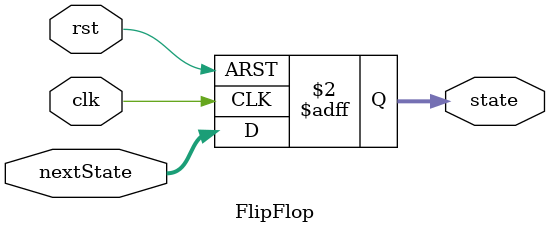
<source format=sv>
module FlipFlop(
	input rst, clk, 
	input logic[1:0] nextState, 
	output logic[1:0] state
	);

//actual state logic
always_ff @ (posedge clk or posedge rst)
	if (rst) state = 2'b00;
	else
		state = nextState;

endmodule
</source>
